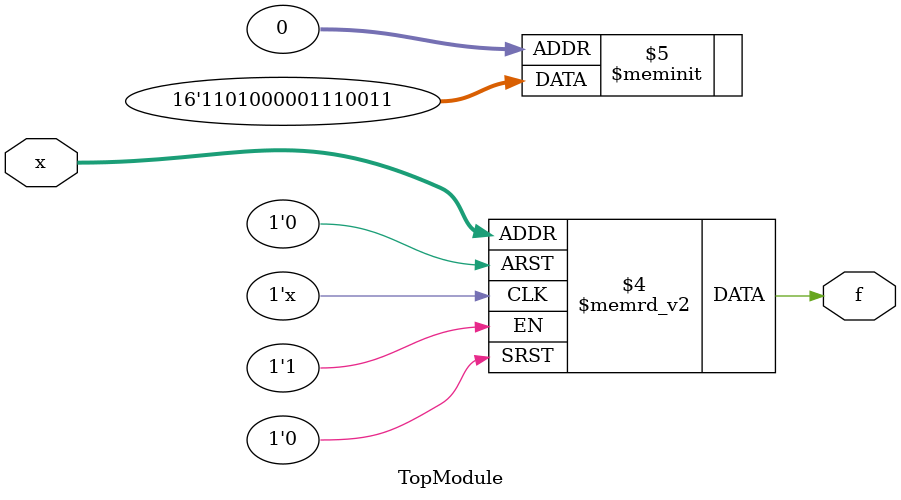
<source format=v>
module TopModule(
    input [3:0] x,
    output reg f
);

    // K-map indexing: x[0]x[1] for columns (x[0] is MSB), x[2]x[3] for rows (x[2] is MSB)
    // x[3:0] = {x[3], x[2], x[1], x[0]}
    // Gray code ordering: 00, 01, 11, 10
    
    always @(*) begin : blk_1
        case(x)
            // Row x[2]x[3]=00, Col x[0]x[1]=00: x={0,0,0,0}
            4'b0000: f = 1'b1;
            // Row x[2]x[3]=00, Col x[0]x[1]=01: x={0,0,1,0}
            4'b0010: f = 1'b0;
            // Row x[2]x[3]=00, Col x[0]x[1]=11: x={0,0,1,1}
            4'b0011: f = 1'b0;
            // Row x[2]x[3]=00, Col x[0]x[1]=10: x={0,0,0,1}
            4'b0001: f = 1'b1;
            
            // Row x[2]x[3]=01, Col x[0]x[1]=00: x={1,0,0,0}
            4'b1000: f = 1'b0;
            // Row x[2]x[3]=01, Col x[0]x[1]=01: x={1,0,1,0}
            4'b1010: f = 1'b0;
            // Row x[2]x[3]=01, Col x[0]x[1]=11: x={1,0,1,1}
            4'b1011: f = 1'b0;
            // Row x[2]x[3]=01, Col x[0]x[1]=10: x={1,0,0,1}
            4'b1001: f = 1'b0;
            
            // Row x[2]x[3]=11, Col x[0]x[1]=00: x={1,1,0,0}
            4'b1100: f = 1'b1;
            // Row x[2]x[3]=11, Col x[0]x[1]=01: x={1,1,1,0}
            4'b1110: f = 1'b1;
            // Row x[2]x[3]=11, Col x[0]x[1]=11: x={1,1,1,1}
            4'b1111: f = 1'b1;
            // Row x[2]x[3]=11, Col x[0]x[1]=10: x={1,1,0,1}
            4'b1101: f = 1'b0;
            
            // Row x[2]x[3]=10, Col x[0]x[1]=00: x={0,1,0,0}
            4'b0100: f = 1'b1;
            // Row x[2]x[3]=10, Col x[0]x[1]=01: x={0,1,1,0}
            4'b0110: f = 1'b1;
            // Row x[2]x[3]=10, Col x[0]x[1]=11: x={0,1,1,1}
            4'b0111: f = 1'b0;
            // Row x[2]x[3]=10, Col x[0]x[1]=10: x={0,1,0,1}
            4'b0101: f = 1'b1;
            
            default: f = 1'b0;
        endcase
    end

endmodule

</source>
